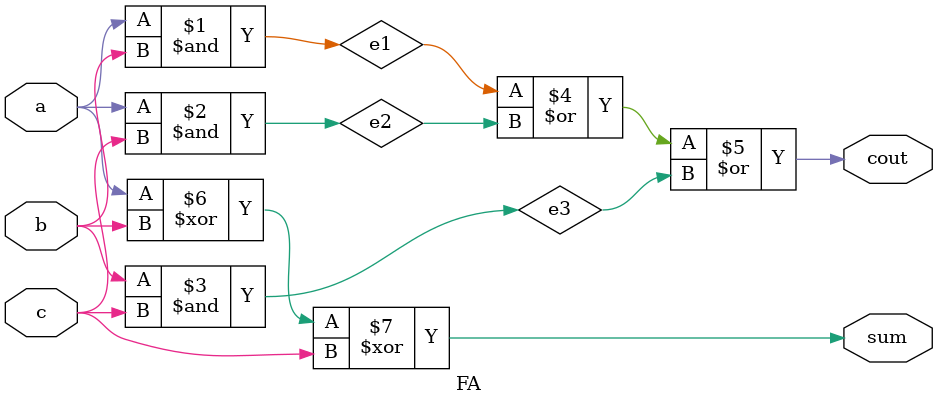
<source format=v>
`timescale 1ns/1ns
module FA(a, b, c, cout, sum);

    input a, b, c;
    output cout, sum;
    
    wire e1, e2, e3;

    and( e1, a, b );
    and( e2, a, c );
    and( e3, b, c );
    or ( cout, e1, e2, e3 );
    xor  (sum, a, b, c);

endmodule


</source>
